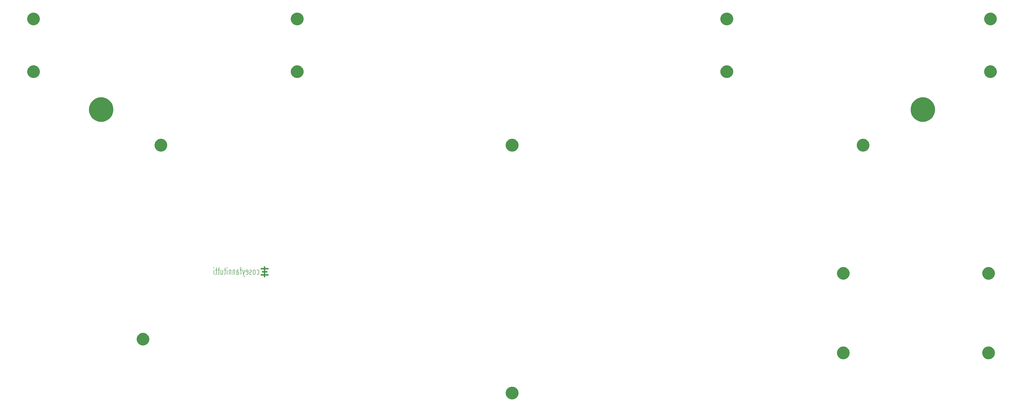
<source format=gbs>
G04 #@! TF.GenerationSoftware,KiCad,Pcbnew,(5.1.4)-1*
G04 #@! TF.CreationDate,2020-04-16T22:12:06+01:00*
G04 #@! TF.ProjectId,mysterium-bottom,6d797374-6572-4697-956d-2d626f74746f,rev?*
G04 #@! TF.SameCoordinates,Original*
G04 #@! TF.FileFunction,Soldermask,Bot*
G04 #@! TF.FilePolarity,Negative*
%FSLAX46Y46*%
G04 Gerber Fmt 4.6, Leading zero omitted, Abs format (unit mm)*
G04 Created by KiCad (PCBNEW (5.1.4)-1) date 2020-04-16 22:12:06*
%MOMM*%
%LPD*%
G04 APERTURE LIST*
%ADD10C,0.200000*%
%ADD11C,0.010000*%
%ADD12C,2.000000*%
G04 APERTURE END LIST*
D10*
X119833114Y-155494704D02*
X119975971Y-155613752D01*
X120261685Y-155613752D01*
X120404542Y-155494704D01*
X120475971Y-155375657D01*
X120547400Y-155137561D01*
X120547400Y-154423276D01*
X120475971Y-154185180D01*
X120404542Y-154066133D01*
X120261685Y-153947085D01*
X119975971Y-153947085D01*
X119833114Y-154066133D01*
X118975971Y-155613752D02*
X119118828Y-155494704D01*
X119190257Y-155375657D01*
X119261685Y-155137561D01*
X119261685Y-154423276D01*
X119190257Y-154185180D01*
X119118828Y-154066133D01*
X118975971Y-153947085D01*
X118761685Y-153947085D01*
X118618828Y-154066133D01*
X118547400Y-154185180D01*
X118475971Y-154423276D01*
X118475971Y-155137561D01*
X118547400Y-155375657D01*
X118618828Y-155494704D01*
X118761685Y-155613752D01*
X118975971Y-155613752D01*
X117904542Y-155494704D02*
X117761685Y-155613752D01*
X117475971Y-155613752D01*
X117333114Y-155494704D01*
X117261685Y-155256609D01*
X117261685Y-155137561D01*
X117333114Y-154899466D01*
X117475971Y-154780419D01*
X117690257Y-154780419D01*
X117833114Y-154661371D01*
X117904542Y-154423276D01*
X117904542Y-154304228D01*
X117833114Y-154066133D01*
X117690257Y-153947085D01*
X117475971Y-153947085D01*
X117333114Y-154066133D01*
X116047400Y-155494704D02*
X116190257Y-155613752D01*
X116475971Y-155613752D01*
X116618828Y-155494704D01*
X116690257Y-155256609D01*
X116690257Y-154304228D01*
X116618828Y-154066133D01*
X116475971Y-153947085D01*
X116190257Y-153947085D01*
X116047400Y-154066133D01*
X115975971Y-154304228D01*
X115975971Y-154542323D01*
X116690257Y-154780419D01*
X115475971Y-153947085D02*
X115118828Y-155613752D01*
X114761685Y-153947085D02*
X115118828Y-155613752D01*
X115261685Y-156208990D01*
X115333114Y-156328038D01*
X115475971Y-156447085D01*
X114404542Y-153947085D02*
X113833114Y-153947085D01*
X114190257Y-155613752D02*
X114190257Y-153470895D01*
X114118828Y-153232800D01*
X113975971Y-153113752D01*
X113833114Y-153113752D01*
X112690257Y-155613752D02*
X112690257Y-154304228D01*
X112761685Y-154066133D01*
X112904542Y-153947085D01*
X113190257Y-153947085D01*
X113333114Y-154066133D01*
X112690257Y-155494704D02*
X112833114Y-155613752D01*
X113190257Y-155613752D01*
X113333114Y-155494704D01*
X113404542Y-155256609D01*
X113404542Y-155018514D01*
X113333114Y-154780419D01*
X113190257Y-154661371D01*
X112833114Y-154661371D01*
X112690257Y-154542323D01*
X111975971Y-153947085D02*
X111975971Y-155613752D01*
X111975971Y-154185180D02*
X111904542Y-154066133D01*
X111761685Y-153947085D01*
X111547400Y-153947085D01*
X111404542Y-154066133D01*
X111333114Y-154304228D01*
X111333114Y-155613752D01*
X110618828Y-153947085D02*
X110618828Y-155613752D01*
X110618828Y-154185180D02*
X110547400Y-154066133D01*
X110404542Y-153947085D01*
X110190257Y-153947085D01*
X110047400Y-154066133D01*
X109975971Y-154304228D01*
X109975971Y-155613752D01*
X109261685Y-155613752D02*
X109261685Y-153947085D01*
X109261685Y-153113752D02*
X109333114Y-153232800D01*
X109261685Y-153351847D01*
X109190257Y-153232800D01*
X109261685Y-153113752D01*
X109261685Y-153351847D01*
X108761685Y-153947085D02*
X108190257Y-153947085D01*
X108547400Y-153113752D02*
X108547400Y-155256609D01*
X108475971Y-155494704D01*
X108333114Y-155613752D01*
X108190257Y-155613752D01*
X107047400Y-153947085D02*
X107047400Y-155613752D01*
X107690257Y-153947085D02*
X107690257Y-155256609D01*
X107618828Y-155494704D01*
X107475971Y-155613752D01*
X107261685Y-155613752D01*
X107118828Y-155494704D01*
X107047400Y-155375657D01*
X106547400Y-153947085D02*
X105975971Y-153947085D01*
X106333114Y-153113752D02*
X106333114Y-155256609D01*
X106261685Y-155494704D01*
X106118828Y-155613752D01*
X105975971Y-155613752D01*
X105690257Y-153947085D02*
X105118828Y-153947085D01*
X105475971Y-153113752D02*
X105475971Y-155256609D01*
X105404542Y-155494704D01*
X105261685Y-155613752D01*
X105118828Y-155613752D01*
X104618828Y-155613752D02*
X104618828Y-153947085D01*
X104618828Y-153113752D02*
X104690257Y-153232800D01*
X104618828Y-153351847D01*
X104547400Y-153232800D01*
X104618828Y-153113752D01*
X104618828Y-153351847D01*
D11*
G36*
X122749734Y-155928577D02*
G01*
X123319117Y-155926400D01*
X123888500Y-155924224D01*
X123888500Y-155517824D01*
X122749734Y-155513472D01*
X122749734Y-154853191D01*
X123469401Y-154853191D01*
X123469401Y-154421391D01*
X122749734Y-154421391D01*
X122749734Y-153744177D01*
X123319117Y-153742000D01*
X123888500Y-153739824D01*
X123890763Y-153526041D01*
X123893025Y-153312258D01*
X122749734Y-153312258D01*
X122749734Y-152694191D01*
X122309467Y-152694191D01*
X122309467Y-153312258D01*
X121174934Y-153312258D01*
X121174934Y-153744057D01*
X122309467Y-153744057D01*
X122309467Y-154421391D01*
X121598267Y-154421391D01*
X121598267Y-154853191D01*
X122309467Y-154853191D01*
X122309467Y-155513591D01*
X121174934Y-155513591D01*
X121174934Y-155928457D01*
X122309248Y-155928457D01*
X122313700Y-156516891D01*
X122531717Y-156519150D01*
X122749734Y-156521410D01*
X122749734Y-155928577D01*
X122749734Y-155928577D01*
G37*
X122749734Y-155928577D02*
X123319117Y-155926400D01*
X123888500Y-155924224D01*
X123888500Y-155517824D01*
X122749734Y-155513472D01*
X122749734Y-154853191D01*
X123469401Y-154853191D01*
X123469401Y-154421391D01*
X122749734Y-154421391D01*
X122749734Y-153744177D01*
X123319117Y-153742000D01*
X123888500Y-153739824D01*
X123890763Y-153526041D01*
X123893025Y-153312258D01*
X122749734Y-153312258D01*
X122749734Y-152694191D01*
X122309467Y-152694191D01*
X122309467Y-153312258D01*
X121174934Y-153312258D01*
X121174934Y-153744057D01*
X122309467Y-153744057D01*
X122309467Y-154421391D01*
X121598267Y-154421391D01*
X121598267Y-154853191D01*
X122309467Y-154853191D01*
X122309467Y-155513591D01*
X121174934Y-155513591D01*
X121174934Y-155928457D01*
X122309248Y-155928457D01*
X122313700Y-156516891D01*
X122531717Y-156519150D01*
X122749734Y-156521410D01*
X122749734Y-155928577D01*
D12*
G36*
X210695231Y-195473376D02*
G01*
X211075944Y-195549104D01*
X211485600Y-195718789D01*
X211854280Y-195965134D01*
X212167817Y-196278671D01*
X212414162Y-196647351D01*
X212583847Y-197057007D01*
X212670351Y-197491896D01*
X212670351Y-197935304D01*
X212583847Y-198370193D01*
X212414162Y-198779849D01*
X212167817Y-199148529D01*
X211854280Y-199462066D01*
X211485600Y-199708411D01*
X211075944Y-199878096D01*
X210695231Y-199953824D01*
X210641056Y-199964600D01*
X210197646Y-199964600D01*
X210143471Y-199953824D01*
X209762758Y-199878096D01*
X209353102Y-199708411D01*
X208984422Y-199462066D01*
X208670885Y-199148529D01*
X208424540Y-198779849D01*
X208254855Y-198370193D01*
X208168351Y-197935304D01*
X208168351Y-197491896D01*
X208254855Y-197057007D01*
X208424540Y-196647351D01*
X208670885Y-196278671D01*
X208984422Y-195965134D01*
X209353102Y-195718789D01*
X209762758Y-195549104D01*
X210143471Y-195473376D01*
X210197646Y-195462600D01*
X210641056Y-195462600D01*
X210695231Y-195473376D01*
X210695231Y-195473376D01*
G37*
G36*
X328262668Y-181214576D02*
G01*
X328643381Y-181290304D01*
X329053037Y-181459989D01*
X329421717Y-181706334D01*
X329735254Y-182019871D01*
X329981599Y-182388551D01*
X330151284Y-182798207D01*
X330237788Y-183233096D01*
X330237788Y-183676504D01*
X330151284Y-184111393D01*
X329981599Y-184521049D01*
X329735254Y-184889729D01*
X329421717Y-185203266D01*
X329053037Y-185449611D01*
X328643381Y-185619296D01*
X328262668Y-185695024D01*
X328208493Y-185705800D01*
X327765083Y-185705800D01*
X327710908Y-185695024D01*
X327330195Y-185619296D01*
X326920539Y-185449611D01*
X326551859Y-185203266D01*
X326238322Y-184889729D01*
X325991977Y-184521049D01*
X325822292Y-184111393D01*
X325735788Y-183676504D01*
X325735788Y-183233096D01*
X325822292Y-182798207D01*
X325991977Y-182388551D01*
X326238322Y-182019871D01*
X326551859Y-181706334D01*
X326920539Y-181459989D01*
X327330195Y-181290304D01*
X327710908Y-181214576D01*
X327765083Y-181203800D01*
X328208493Y-181203800D01*
X328262668Y-181214576D01*
X328262668Y-181214576D01*
G37*
G36*
X379799392Y-181214576D02*
G01*
X380180105Y-181290304D01*
X380589761Y-181459989D01*
X380958441Y-181706334D01*
X381271978Y-182019871D01*
X381518323Y-182388551D01*
X381688008Y-182798207D01*
X381774512Y-183233096D01*
X381774512Y-183676504D01*
X381688008Y-184111393D01*
X381518323Y-184521049D01*
X381271978Y-184889729D01*
X380958441Y-185203266D01*
X380589761Y-185449611D01*
X380180105Y-185619296D01*
X379799392Y-185695024D01*
X379745217Y-185705800D01*
X379301807Y-185705800D01*
X379247632Y-185695024D01*
X378866919Y-185619296D01*
X378457263Y-185449611D01*
X378088583Y-185203266D01*
X377775046Y-184889729D01*
X377528701Y-184521049D01*
X377359016Y-184111393D01*
X377272512Y-183676504D01*
X377272512Y-183233096D01*
X377359016Y-182798207D01*
X377528701Y-182388551D01*
X377775046Y-182019871D01*
X378088583Y-181706334D01*
X378457263Y-181459989D01*
X378866919Y-181290304D01*
X379247632Y-181214576D01*
X379301807Y-181203800D01*
X379745217Y-181203800D01*
X379799392Y-181214576D01*
X379799392Y-181214576D01*
G37*
G36*
X79677680Y-176347176D02*
G01*
X80058393Y-176422904D01*
X80468049Y-176592589D01*
X80836729Y-176838934D01*
X81150266Y-177152471D01*
X81396611Y-177521151D01*
X81566296Y-177930807D01*
X81652800Y-178365696D01*
X81652800Y-178809104D01*
X81566296Y-179243993D01*
X81396611Y-179653649D01*
X81150266Y-180022329D01*
X80836729Y-180335866D01*
X80468049Y-180582211D01*
X80058393Y-180751896D01*
X79677680Y-180827624D01*
X79623505Y-180838400D01*
X79180095Y-180838400D01*
X79125920Y-180827624D01*
X78745207Y-180751896D01*
X78335551Y-180582211D01*
X77966871Y-180335866D01*
X77653334Y-180022329D01*
X77406989Y-179653649D01*
X77237304Y-179243993D01*
X77150800Y-178809104D01*
X77150800Y-178365696D01*
X77237304Y-177930807D01*
X77406989Y-177521151D01*
X77653334Y-177152471D01*
X77966871Y-176838934D01*
X78335551Y-176592589D01*
X78745207Y-176422904D01*
X79125920Y-176347176D01*
X79180095Y-176336400D01*
X79623505Y-176336400D01*
X79677680Y-176347176D01*
X79677680Y-176347176D01*
G37*
G36*
X328262668Y-152979176D02*
G01*
X328643381Y-153054904D01*
X329053037Y-153224589D01*
X329421717Y-153470934D01*
X329735254Y-153784471D01*
X329981599Y-154153151D01*
X330151284Y-154562807D01*
X330237788Y-154997696D01*
X330237788Y-155441104D01*
X330151284Y-155875993D01*
X329981599Y-156285649D01*
X329735254Y-156654329D01*
X329421717Y-156967866D01*
X329053037Y-157214211D01*
X328643381Y-157383896D01*
X328262668Y-157459624D01*
X328208493Y-157470400D01*
X327765083Y-157470400D01*
X327710908Y-157459624D01*
X327330195Y-157383896D01*
X326920539Y-157214211D01*
X326551859Y-156967866D01*
X326238322Y-156654329D01*
X325991977Y-156285649D01*
X325822292Y-155875993D01*
X325735788Y-155441104D01*
X325735788Y-154997696D01*
X325822292Y-154562807D01*
X325991977Y-154153151D01*
X326238322Y-153784471D01*
X326551859Y-153470934D01*
X326920539Y-153224589D01*
X327330195Y-153054904D01*
X327710908Y-152979176D01*
X327765083Y-152968400D01*
X328208493Y-152968400D01*
X328262668Y-152979176D01*
X328262668Y-152979176D01*
G37*
G36*
X379799392Y-152979176D02*
G01*
X380180105Y-153054904D01*
X380589761Y-153224589D01*
X380958441Y-153470934D01*
X381271978Y-153784471D01*
X381518323Y-154153151D01*
X381688008Y-154562807D01*
X381774512Y-154997696D01*
X381774512Y-155441104D01*
X381688008Y-155875993D01*
X381518323Y-156285649D01*
X381271978Y-156654329D01*
X380958441Y-156967866D01*
X380589761Y-157214211D01*
X380180105Y-157383896D01*
X379799392Y-157459624D01*
X379745217Y-157470400D01*
X379301807Y-157470400D01*
X379247632Y-157459624D01*
X378866919Y-157383896D01*
X378457263Y-157214211D01*
X378088583Y-156967866D01*
X377775046Y-156654329D01*
X377528701Y-156285649D01*
X377359016Y-155875993D01*
X377272512Y-155441104D01*
X377272512Y-154997696D01*
X377359016Y-154562807D01*
X377528701Y-154153151D01*
X377775046Y-153784471D01*
X378088583Y-153470934D01*
X378457263Y-153224589D01*
X378866919Y-153054904D01*
X379247632Y-152979176D01*
X379301807Y-152968400D01*
X379745217Y-152968400D01*
X379799392Y-152979176D01*
X379799392Y-152979176D01*
G37*
G36*
X86038980Y-107462376D02*
G01*
X86419693Y-107538104D01*
X86829349Y-107707789D01*
X87198029Y-107954134D01*
X87511566Y-108267671D01*
X87757911Y-108636351D01*
X87927596Y-109046007D01*
X88014100Y-109480896D01*
X88014100Y-109924304D01*
X87927596Y-110359193D01*
X87757911Y-110768849D01*
X87511566Y-111137529D01*
X87198029Y-111451066D01*
X86829349Y-111697411D01*
X86419693Y-111867096D01*
X86038980Y-111942824D01*
X85984805Y-111953600D01*
X85541395Y-111953600D01*
X85487220Y-111942824D01*
X85106507Y-111867096D01*
X84696851Y-111697411D01*
X84328171Y-111451066D01*
X84014634Y-111137529D01*
X83768289Y-110768849D01*
X83598604Y-110359193D01*
X83512100Y-109924304D01*
X83512100Y-109480896D01*
X83598604Y-109046007D01*
X83768289Y-108636351D01*
X84014634Y-108267671D01*
X84328171Y-107954134D01*
X84696851Y-107707789D01*
X85106507Y-107538104D01*
X85487220Y-107462376D01*
X85541395Y-107451600D01*
X85984805Y-107451600D01*
X86038980Y-107462376D01*
X86038980Y-107462376D01*
G37*
G36*
X210695231Y-107462376D02*
G01*
X211075944Y-107538104D01*
X211485600Y-107707789D01*
X211854280Y-107954134D01*
X212167817Y-108267671D01*
X212414162Y-108636351D01*
X212583847Y-109046007D01*
X212670351Y-109480896D01*
X212670351Y-109924304D01*
X212583847Y-110359193D01*
X212414162Y-110768849D01*
X212167817Y-111137529D01*
X211854280Y-111451066D01*
X211485600Y-111697411D01*
X211075944Y-111867096D01*
X210695231Y-111942824D01*
X210641056Y-111953600D01*
X210197646Y-111953600D01*
X210143471Y-111942824D01*
X209762758Y-111867096D01*
X209353102Y-111697411D01*
X208984422Y-111451066D01*
X208670885Y-111137529D01*
X208424540Y-110768849D01*
X208254855Y-110359193D01*
X208168351Y-109924304D01*
X208168351Y-109480896D01*
X208254855Y-109046007D01*
X208424540Y-108636351D01*
X208670885Y-108267671D01*
X208984422Y-107954134D01*
X209353102Y-107707789D01*
X209762758Y-107538104D01*
X210143471Y-107462376D01*
X210197646Y-107451600D01*
X210641056Y-107451600D01*
X210695231Y-107462376D01*
X210695231Y-107462376D01*
G37*
G36*
X335276480Y-107462376D02*
G01*
X335657193Y-107538104D01*
X336066849Y-107707789D01*
X336435529Y-107954134D01*
X336749066Y-108267671D01*
X336995411Y-108636351D01*
X337165096Y-109046007D01*
X337251600Y-109480896D01*
X337251600Y-109924304D01*
X337165096Y-110359193D01*
X336995411Y-110768849D01*
X336749066Y-111137529D01*
X336435529Y-111451066D01*
X336066849Y-111697411D01*
X335657193Y-111867096D01*
X335276480Y-111942824D01*
X335222305Y-111953600D01*
X334778895Y-111953600D01*
X334724720Y-111942824D01*
X334344007Y-111867096D01*
X333934351Y-111697411D01*
X333565671Y-111451066D01*
X333252134Y-111137529D01*
X333005789Y-110768849D01*
X332836104Y-110359193D01*
X332749600Y-109924304D01*
X332749600Y-109480896D01*
X332836104Y-109046007D01*
X333005789Y-108636351D01*
X333252134Y-108267671D01*
X333565671Y-107954134D01*
X333934351Y-107707789D01*
X334344007Y-107538104D01*
X334724720Y-107462376D01*
X334778895Y-107451600D01*
X335222305Y-107451600D01*
X335276480Y-107462376D01*
X335276480Y-107462376D01*
G37*
G36*
X356761256Y-92726194D02*
G01*
X357482240Y-92869606D01*
X358274072Y-93197593D01*
X358986701Y-93673757D01*
X359592743Y-94279799D01*
X360068907Y-94992428D01*
X360396894Y-95784260D01*
X360564100Y-96624864D01*
X360564100Y-97481936D01*
X360396894Y-98322540D01*
X360068907Y-99114372D01*
X359592743Y-99827001D01*
X358986701Y-100433043D01*
X358274072Y-100909207D01*
X357482240Y-101237194D01*
X356761256Y-101380606D01*
X356641637Y-101404400D01*
X355784563Y-101404400D01*
X355664944Y-101380606D01*
X354943960Y-101237194D01*
X354152128Y-100909207D01*
X353439499Y-100433043D01*
X352833457Y-99827001D01*
X352357293Y-99114372D01*
X352029306Y-98322540D01*
X351862100Y-97481936D01*
X351862100Y-96624864D01*
X352029306Y-95784260D01*
X352357293Y-94992428D01*
X352833457Y-94279799D01*
X353439499Y-93673757D01*
X354152128Y-93197593D01*
X354943960Y-92869606D01*
X355664944Y-92726194D01*
X355784563Y-92702400D01*
X356641637Y-92702400D01*
X356761256Y-92726194D01*
X356761256Y-92726194D01*
G37*
G36*
X65098756Y-92726194D02*
G01*
X65819740Y-92869606D01*
X66611572Y-93197593D01*
X67324201Y-93673757D01*
X67930243Y-94279799D01*
X68406407Y-94992428D01*
X68734394Y-95784260D01*
X68901600Y-96624864D01*
X68901600Y-97481936D01*
X68734394Y-98322540D01*
X68406407Y-99114372D01*
X67930243Y-99827001D01*
X67324201Y-100433043D01*
X66611572Y-100909207D01*
X65819740Y-101237194D01*
X65098756Y-101380606D01*
X64979137Y-101404400D01*
X64122063Y-101404400D01*
X64002444Y-101380606D01*
X63281460Y-101237194D01*
X62489628Y-100909207D01*
X61776999Y-100433043D01*
X61170957Y-99827001D01*
X60694793Y-99114372D01*
X60366806Y-98322540D01*
X60199600Y-97481936D01*
X60199600Y-96624864D01*
X60366806Y-95784260D01*
X60694793Y-94992428D01*
X61170957Y-94279799D01*
X61776999Y-93673757D01*
X62489628Y-93197593D01*
X63281460Y-92869606D01*
X64002444Y-92726194D01*
X64122063Y-92702400D01*
X64979137Y-92702400D01*
X65098756Y-92726194D01*
X65098756Y-92726194D01*
G37*
G36*
X134413280Y-81373176D02*
G01*
X134793993Y-81448904D01*
X135203649Y-81618589D01*
X135572329Y-81864934D01*
X135885866Y-82178471D01*
X136132211Y-82547151D01*
X136301896Y-82956807D01*
X136388400Y-83391696D01*
X136388400Y-83835104D01*
X136301896Y-84269993D01*
X136132211Y-84679649D01*
X135885866Y-85048329D01*
X135572329Y-85361866D01*
X135203649Y-85608211D01*
X134793993Y-85777896D01*
X134413280Y-85853624D01*
X134359105Y-85864400D01*
X133915695Y-85864400D01*
X133861520Y-85853624D01*
X133480807Y-85777896D01*
X133071151Y-85608211D01*
X132702471Y-85361866D01*
X132388934Y-85048329D01*
X132142589Y-84679649D01*
X131972904Y-84269993D01*
X131886400Y-83835104D01*
X131886400Y-83391696D01*
X131972904Y-82956807D01*
X132142589Y-82547151D01*
X132388934Y-82178471D01*
X132702471Y-81864934D01*
X133071151Y-81618589D01*
X133480807Y-81448904D01*
X133861520Y-81373176D01*
X133915695Y-81362400D01*
X134359105Y-81362400D01*
X134413280Y-81373176D01*
X134413280Y-81373176D01*
G37*
G36*
X40826480Y-81373176D02*
G01*
X41207193Y-81448904D01*
X41616849Y-81618589D01*
X41985529Y-81864934D01*
X42299066Y-82178471D01*
X42545411Y-82547151D01*
X42715096Y-82956807D01*
X42801600Y-83391696D01*
X42801600Y-83835104D01*
X42715096Y-84269993D01*
X42545411Y-84679649D01*
X42299066Y-85048329D01*
X41985529Y-85361866D01*
X41616849Y-85608211D01*
X41207193Y-85777896D01*
X40826480Y-85853624D01*
X40772305Y-85864400D01*
X40328895Y-85864400D01*
X40274720Y-85853624D01*
X39894007Y-85777896D01*
X39484351Y-85608211D01*
X39115671Y-85361866D01*
X38802134Y-85048329D01*
X38555789Y-84679649D01*
X38386104Y-84269993D01*
X38299600Y-83835104D01*
X38299600Y-83391696D01*
X38386104Y-82956807D01*
X38555789Y-82547151D01*
X38802134Y-82178471D01*
X39115671Y-81864934D01*
X39484351Y-81618589D01*
X39894007Y-81448904D01*
X40274720Y-81373176D01*
X40328895Y-81362400D01*
X40772305Y-81362400D01*
X40826480Y-81373176D01*
X40826480Y-81373176D01*
G37*
G36*
X380488980Y-81373176D02*
G01*
X380869693Y-81448904D01*
X381279349Y-81618589D01*
X381648029Y-81864934D01*
X381961566Y-82178471D01*
X382207911Y-82547151D01*
X382377596Y-82956807D01*
X382464100Y-83391696D01*
X382464100Y-83835104D01*
X382377596Y-84269993D01*
X382207911Y-84679649D01*
X381961566Y-85048329D01*
X381648029Y-85361866D01*
X381279349Y-85608211D01*
X380869693Y-85777896D01*
X380488980Y-85853624D01*
X380434805Y-85864400D01*
X379991395Y-85864400D01*
X379937220Y-85853624D01*
X379556507Y-85777896D01*
X379146851Y-85608211D01*
X378778171Y-85361866D01*
X378464634Y-85048329D01*
X378218289Y-84679649D01*
X378048604Y-84269993D01*
X377962100Y-83835104D01*
X377962100Y-83391696D01*
X378048604Y-82956807D01*
X378218289Y-82547151D01*
X378464634Y-82178471D01*
X378778171Y-81864934D01*
X379146851Y-81618589D01*
X379556507Y-81448904D01*
X379937220Y-81373176D01*
X379991395Y-81362400D01*
X380434805Y-81362400D01*
X380488980Y-81373176D01*
X380488980Y-81373176D01*
G37*
G36*
X286902180Y-81373176D02*
G01*
X287282893Y-81448904D01*
X287692549Y-81618589D01*
X288061229Y-81864934D01*
X288374766Y-82178471D01*
X288621111Y-82547151D01*
X288790796Y-82956807D01*
X288877300Y-83391696D01*
X288877300Y-83835104D01*
X288790796Y-84269993D01*
X288621111Y-84679649D01*
X288374766Y-85048329D01*
X288061229Y-85361866D01*
X287692549Y-85608211D01*
X287282893Y-85777896D01*
X286902180Y-85853624D01*
X286848005Y-85864400D01*
X286404595Y-85864400D01*
X286350420Y-85853624D01*
X285969707Y-85777896D01*
X285560051Y-85608211D01*
X285191371Y-85361866D01*
X284877834Y-85048329D01*
X284631489Y-84679649D01*
X284461804Y-84269993D01*
X284375300Y-83835104D01*
X284375300Y-83391696D01*
X284461804Y-82956807D01*
X284631489Y-82547151D01*
X284877834Y-82178471D01*
X285191371Y-81864934D01*
X285560051Y-81618589D01*
X285969707Y-81448904D01*
X286350420Y-81373176D01*
X286404595Y-81362400D01*
X286848005Y-81362400D01*
X286902180Y-81373176D01*
X286902180Y-81373176D01*
G37*
G36*
X380488980Y-62623176D02*
G01*
X380869693Y-62698904D01*
X381279349Y-62868589D01*
X381648029Y-63114934D01*
X381961566Y-63428471D01*
X382207911Y-63797151D01*
X382377596Y-64206807D01*
X382464100Y-64641696D01*
X382464100Y-65085104D01*
X382377596Y-65519993D01*
X382207911Y-65929649D01*
X381961566Y-66298329D01*
X381648029Y-66611866D01*
X381279349Y-66858211D01*
X380869693Y-67027896D01*
X380488980Y-67103624D01*
X380434805Y-67114400D01*
X379991395Y-67114400D01*
X379937220Y-67103624D01*
X379556507Y-67027896D01*
X379146851Y-66858211D01*
X378778171Y-66611866D01*
X378464634Y-66298329D01*
X378218289Y-65929649D01*
X378048604Y-65519993D01*
X377962100Y-65085104D01*
X377962100Y-64641696D01*
X378048604Y-64206807D01*
X378218289Y-63797151D01*
X378464634Y-63428471D01*
X378778171Y-63114934D01*
X379146851Y-62868589D01*
X379556507Y-62698904D01*
X379937220Y-62623176D01*
X379991395Y-62612400D01*
X380434805Y-62612400D01*
X380488980Y-62623176D01*
X380488980Y-62623176D01*
G37*
G36*
X40826480Y-62623176D02*
G01*
X41207193Y-62698904D01*
X41616849Y-62868589D01*
X41985529Y-63114934D01*
X42299066Y-63428471D01*
X42545411Y-63797151D01*
X42715096Y-64206807D01*
X42801600Y-64641696D01*
X42801600Y-65085104D01*
X42715096Y-65519993D01*
X42545411Y-65929649D01*
X42299066Y-66298329D01*
X41985529Y-66611866D01*
X41616849Y-66858211D01*
X41207193Y-67027896D01*
X40826480Y-67103624D01*
X40772305Y-67114400D01*
X40328895Y-67114400D01*
X40274720Y-67103624D01*
X39894007Y-67027896D01*
X39484351Y-66858211D01*
X39115671Y-66611866D01*
X38802134Y-66298329D01*
X38555789Y-65929649D01*
X38386104Y-65519993D01*
X38299600Y-65085104D01*
X38299600Y-64641696D01*
X38386104Y-64206807D01*
X38555789Y-63797151D01*
X38802134Y-63428471D01*
X39115671Y-63114934D01*
X39484351Y-62868589D01*
X39894007Y-62698904D01*
X40274720Y-62623176D01*
X40328895Y-62612400D01*
X40772305Y-62612400D01*
X40826480Y-62623176D01*
X40826480Y-62623176D01*
G37*
G36*
X286902180Y-62623176D02*
G01*
X287282893Y-62698904D01*
X287692549Y-62868589D01*
X288061229Y-63114934D01*
X288374766Y-63428471D01*
X288621111Y-63797151D01*
X288790796Y-64206807D01*
X288877300Y-64641696D01*
X288877300Y-65085104D01*
X288790796Y-65519993D01*
X288621111Y-65929649D01*
X288374766Y-66298329D01*
X288061229Y-66611866D01*
X287692549Y-66858211D01*
X287282893Y-67027896D01*
X286902180Y-67103624D01*
X286848005Y-67114400D01*
X286404595Y-67114400D01*
X286350420Y-67103624D01*
X285969707Y-67027896D01*
X285560051Y-66858211D01*
X285191371Y-66611866D01*
X284877834Y-66298329D01*
X284631489Y-65929649D01*
X284461804Y-65519993D01*
X284375300Y-65085104D01*
X284375300Y-64641696D01*
X284461804Y-64206807D01*
X284631489Y-63797151D01*
X284877834Y-63428471D01*
X285191371Y-63114934D01*
X285560051Y-62868589D01*
X285969707Y-62698904D01*
X286350420Y-62623176D01*
X286404595Y-62612400D01*
X286848005Y-62612400D01*
X286902180Y-62623176D01*
X286902180Y-62623176D01*
G37*
G36*
X134413280Y-62623176D02*
G01*
X134793993Y-62698904D01*
X135203649Y-62868589D01*
X135572329Y-63114934D01*
X135885866Y-63428471D01*
X136132211Y-63797151D01*
X136301896Y-64206807D01*
X136388400Y-64641696D01*
X136388400Y-65085104D01*
X136301896Y-65519993D01*
X136132211Y-65929649D01*
X135885866Y-66298329D01*
X135572329Y-66611866D01*
X135203649Y-66858211D01*
X134793993Y-67027896D01*
X134413280Y-67103624D01*
X134359105Y-67114400D01*
X133915695Y-67114400D01*
X133861520Y-67103624D01*
X133480807Y-67027896D01*
X133071151Y-66858211D01*
X132702471Y-66611866D01*
X132388934Y-66298329D01*
X132142589Y-65929649D01*
X131972904Y-65519993D01*
X131886400Y-65085104D01*
X131886400Y-64641696D01*
X131972904Y-64206807D01*
X132142589Y-63797151D01*
X132388934Y-63428471D01*
X132702471Y-63114934D01*
X133071151Y-62868589D01*
X133480807Y-62698904D01*
X133861520Y-62623176D01*
X133915695Y-62612400D01*
X134359105Y-62612400D01*
X134413280Y-62623176D01*
X134413280Y-62623176D01*
G37*
M02*

</source>
